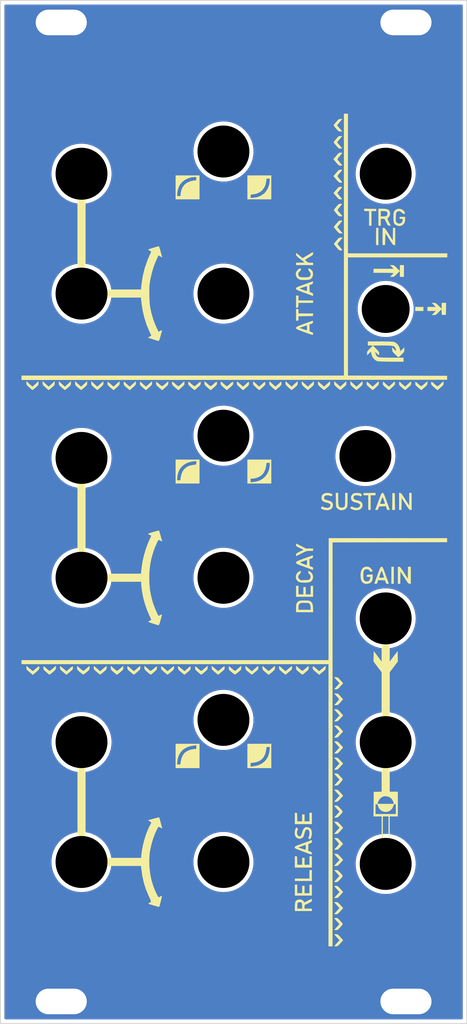
<source format=kicad_pcb>
(kicad_pcb (version 20211014) (generator pcbnew)
  (layers (0 "F.Cu" signal) (31 "B.Cu" signal) (34 "B.Paste" user) (35 "F.Paste" user) (36 "B.SilkS" user "B.Silkscreen") (37 "F.SilkS" user "F.Silkscreen") (38 "B.Mask" user) (39 "F.Mask" user) (44 "Edge.Cuts" user))
  (net 0 "")
  (net 1 "shielding")
  (footprint "Potentiometer:Bourns_PTV09A-X_Hole" (layer "F.Cu") (at 129.54 109.22)
    (fp_text reference "RV8" hide)
    (fp_text value "Decay_Slope")
    (pad "" np_thru_hole circle (at 0 -7) (size 6.5 6.5) (drill 6.5) (layers *.Mask))
  )
  (footprint "Potentiometer:Bourns_PTV09A-X_Hole" (layer "F.Cu") (at 129.54 73.66)
    (fp_text reference "RV4" hide)
    (fp_text value "Attack_Slope")
    (pad "" np_thru_hole circle (at 0 -7) (size 6.5 6.5) (drill 6.5) (layers *.Mask))
  )
  (footprint "Perfboard:3.5mm Jack Perfboard_Hole" (layer "F.Cu") (at 149.86 154.94)
    (fp_text reference "OJ2" hide)
    (fp_text value "Input")
    (pad "" np_thru_hole circle (at 0 0.86) (size 6.5 6.5) (drill 6.5) (layers *.Mask))
  )
  (footprint "Perfboard:3.5mm Jack Perfboard_Hole" (layer "F.Cu") (at 111.76 104.14)
    (fp_text reference "IJ2" hide)
    (fp_text value "Input")
    (pad "" np_thru_hole circle (at 0 0.86) (size 6.5 6.5) (drill 6.5) (layers *.Mask))
  )
  (footprint "Potentiometer:Bourns_PTV09A-X_Hole" (layer "F.Cu") (at 111.76 162.56)
    (fp_text reference "RV2" hide)
    (fp_text value "Release_Time_Mod_Scale")
    (pad "" np_thru_hole circle (at 0 -7) (size 6.5 6.5) (drill 6.5) (layers *.Mask))
  )
  (footprint "Perfboard:3.5mm Jack Perfboard_Hole" (layer "F.Cu") (at 111.76 68.58)
    (fp_text reference "IJ1" hide)
    (fp_text value "Input")
    (pad "" np_thru_hole circle (at 0 0.86) (size 6.5 6.5) (drill 6.5) (layers *.Mask))
  )
  (footprint "Potentiometer:Bourns_PTV09A-X_Hole" (layer "F.Cu") (at 111.76 91.44)
    (fp_text reference "RV3" hide)
    (fp_text value "Attack_Time_Mod_Scale")
    (pad "" np_thru_hole circle (at 0 -7) (size 6.5 6.5) (drill 6.5) (layers *.Mask))
  )
  (footprint "Perfboard:3.5mm Jack Perfboard_Hole" (layer "F.Cu") (at 149.86 139.7)
    (fp_text reference "OJ1" hide)
    (fp_text value "Input")
    (pad "" np_thru_hole circle (at 0 0.86) (size 6.5 6.5) (drill 6.5) (layers *.Mask))
  )
  (footprint "Potentiometer:Bourns_PTV09A-X_Hole" (layer "F.Cu") (at 149.86 132.08)
    (fp_text reference "RV10" hide)
    (fp_text value "Output_Scale")
    (pad "" np_thru_hole circle (at 0 -7) (size 6.5 6.5) (drill 6.5) (layers *.Mask))
  )
  (footprint "Potentiometer:Bourns_PTV09A-XF_Hole" (layer "F.Cu") (at 129.54 162.56)
    (fp_text reference "RV7" hide)
    (fp_text value "Release_Time_Offset")
    (pad "" np_thru_hole circle (at 0 -7) (size 6.5 6.5) (drill 6.5) (layers *.Mask))
  )
  (footprint "Potentiometer:Bourns_PTV09A-XF_Hole" (layer "F.Cu") (at 129.54 127)
    (fp_text reference "RV5" hide)
    (fp_text value "Decay_Time_Offset")
    (pad "" np_thru_hole circle (at 0 -7) (size 6.5 6.5) (drill 6.5) (layers *.Mask))
  )
  (footprint "Misc:Screw_Slots" (layer "F.Cu") (at 152.4 111.76)
    (fp_text reference "REF**" hide)
    (fp_text value "Screw_Slots")
    (pad "1" thru_hole oval (at 0 61.25) (size 7.4 4.2) (drill oval 6.4 3.2) (layers *.Cu *.Mask) (net 1 "shielding"))
    (pad "1" thru_hole oval (at 0 -61.25) (size 7.4 4.2) (drill oval 6.4 3.2) (layers *.Cu *.Mask) (net 1 "shielding"))
  )
  (footprint "Potentiometer:Bourns_PTV09A-X_Hole" (layer "F.Cu") (at 111.76 127)
    (fp_text reference "RV1" hide)
    (fp_text value "Decay_Time_Mod_Scale")
    (pad "" np_thru_hole circle (at 0 -7) (size 6.5 6.5) (drill 6.5) (layers *.Mask))
  )
  (footprint "Potentiometer:Bourns_PTV09A-XF_Hole" (layer "F.Cu") (at 129.54 91.44)
    (fp_text reference "RV9" hide)
    (fp_text value "Attack_Time_Offset")
    (pad "" np_thru_hole circle (at 0 -7) (size 6.5 6.5) (drill 6.5) (layers *.Mask))
  )
  (footprint "LOGO" (layer "F.Cu") (at 130.81 111.76)
    (fp_text reference "G***" hide)
    (fp_text value "LOGO" hide)
  )
  (footprint "Potentiometer:Bourns_PTV09A-X_Hole" (layer "F.Cu") (at 129.54 144.78)
    (fp_text reference "RV6" hide)
    (fp_text value "Release_Slope")
    (pad "" np_thru_hole circle (at 0 -7) (size 6.5 6.5) (drill 6.5) (layers *.Mask))
  )
  (footprint "Misc:Screw_Slots" (layer "F.Cu") (at 109.22 111.76)
    (fp_text reference "REF**" hide)
    (fp_text value "Screw_Slots")
    (pad "1" thru_hole oval (at 0 61.25) (size 7.4 4.2) (drill oval 6.4 3.2) (layers *.Cu *.Mask) (net 1 "shielding"))
    (pad "1" thru_hole oval (at 0 -61.25) (size 7.4 4.2) (drill oval 6.4 3.2) (layers *.Cu *.Mask) (net 1 "shielding"))
  )
  (footprint "Perfboard:3.5mm Jack Perfboard_Hole" (layer "F.Cu") (at 149.86 68.58)
    (fp_text reference "IJ3" hide)
    (fp_text value "Input")
    (pad "" np_thru_hole circle (at 0 0.86) (size 6.5 6.5) (drill 6.5) (layers *.Mask))
  )
  (footprint "Perfboard:3.5mm Jack Perfboard_Hole" (layer "F.Cu") (at 111.76 139.7)
    (fp_text reference "IJ4" hide)
    (fp_text value "Input")
    (pad "" np_thru_hole circle (at 0 0.86) (size 6.5 6.5) (drill 6.5) (layers *.Mask))
  )
  (footprint "Potentiometer:Bourns_PTV09A-X_Hole" (layer "F.Cu") (at 147.32 111.76)
    (fp_text reference "RV11" hide)
    (fp_text value "Sustain_Offset")
    (pad "" np_thru_hole circle (at 0 -7) (size 6.5 6.5) (drill 6.5) (layers *.Mask))
  )
  (footprint "Toggle:Miniature SPDT Toggle_Hole" (layer "F.Cu") (at 152.4 86.36 90)
    (fp_text reference "SW1" hide)
    (fp_text value "Mode_Switch")
    (pad "" np_thru_hole circle (at 0 -2.54 90) (size 6 6) (drill 6) (layers *.Mask))
  )
  (gr_rect (start 101.6 47.76) (end 160.02 175.76) (layer "Edge.Cuts") (width 0.1) (fill none))
  (zone (net 1) (net_name "shielding") (layers F&B.Cu) (connect_pads yes (clearance 0.508)) (min_thickness 0.254) (fill yes (thermal_gap 0.508) (thermal_bridge_width 0.508))
    (polygon (pts (xy 160.02 175.768) (xy 101.6 175.768) (xy 101.6 47.752) (xy 160.02 47.752)))
  )
)
</source>
